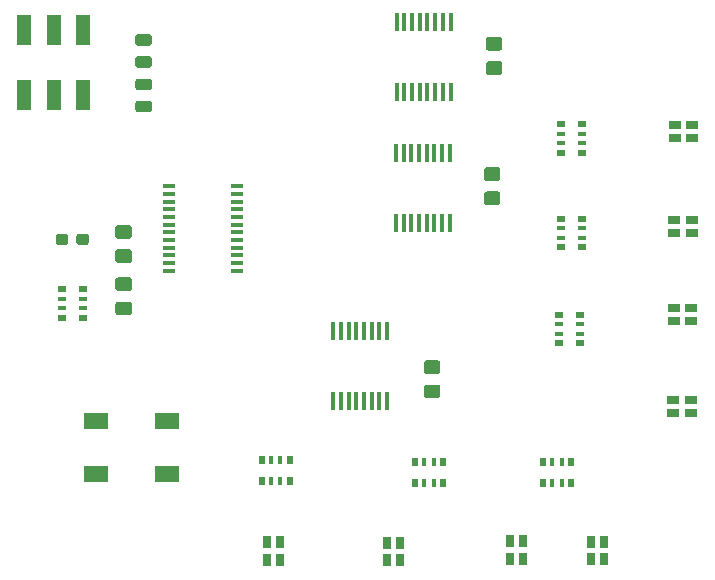
<source format=gbr>
G04 #@! TF.GenerationSoftware,KiCad,Pcbnew,(5.1.5)-3*
G04 #@! TF.CreationDate,2021-02-14T15:22:36-08:00*
G04 #@! TF.ProjectId,tree,74726565-2e6b-4696-9361-645f70636258,rev?*
G04 #@! TF.SameCoordinates,Original*
G04 #@! TF.FileFunction,Paste,Top*
G04 #@! TF.FilePolarity,Positive*
%FSLAX46Y46*%
G04 Gerber Fmt 4.6, Leading zero omitted, Abs format (unit mm)*
G04 Created by KiCad (PCBNEW (5.1.5)-3) date 2021-02-14 15:22:36*
%MOMM*%
%LPD*%
G04 APERTURE LIST*
%ADD10R,2.100000X1.400000*%
%ADD11C,0.100000*%
%ADD12R,0.800000X1.000000*%
%ADD13R,1.000000X0.800000*%
%ADD14R,0.800000X0.500000*%
%ADD15R,0.800000X0.400000*%
%ADD16R,0.500000X0.800000*%
%ADD17R,0.400000X0.800000*%
%ADD18R,1.200000X2.500000*%
%ADD19R,0.450000X1.500000*%
%ADD20R,1.100000X0.400000*%
G04 APERTURE END LIST*
D10*
X169600000Y-111700000D03*
X169600000Y-116200000D03*
X175600000Y-111700000D03*
X175600000Y-116200000D03*
D11*
G36*
X172424505Y-95101204D02*
G01*
X172448773Y-95104804D01*
X172472572Y-95110765D01*
X172495671Y-95119030D01*
X172517850Y-95129520D01*
X172538893Y-95142132D01*
X172558599Y-95156747D01*
X172576777Y-95173223D01*
X172593253Y-95191401D01*
X172607868Y-95211107D01*
X172620480Y-95232150D01*
X172630970Y-95254329D01*
X172639235Y-95277428D01*
X172645196Y-95301227D01*
X172648796Y-95325495D01*
X172650000Y-95349999D01*
X172650000Y-96000001D01*
X172648796Y-96024505D01*
X172645196Y-96048773D01*
X172639235Y-96072572D01*
X172630970Y-96095671D01*
X172620480Y-96117850D01*
X172607868Y-96138893D01*
X172593253Y-96158599D01*
X172576777Y-96176777D01*
X172558599Y-96193253D01*
X172538893Y-96207868D01*
X172517850Y-96220480D01*
X172495671Y-96230970D01*
X172472572Y-96239235D01*
X172448773Y-96245196D01*
X172424505Y-96248796D01*
X172400001Y-96250000D01*
X171499999Y-96250000D01*
X171475495Y-96248796D01*
X171451227Y-96245196D01*
X171427428Y-96239235D01*
X171404329Y-96230970D01*
X171382150Y-96220480D01*
X171361107Y-96207868D01*
X171341401Y-96193253D01*
X171323223Y-96176777D01*
X171306747Y-96158599D01*
X171292132Y-96138893D01*
X171279520Y-96117850D01*
X171269030Y-96095671D01*
X171260765Y-96072572D01*
X171254804Y-96048773D01*
X171251204Y-96024505D01*
X171250000Y-96000001D01*
X171250000Y-95349999D01*
X171251204Y-95325495D01*
X171254804Y-95301227D01*
X171260765Y-95277428D01*
X171269030Y-95254329D01*
X171279520Y-95232150D01*
X171292132Y-95211107D01*
X171306747Y-95191401D01*
X171323223Y-95173223D01*
X171341401Y-95156747D01*
X171361107Y-95142132D01*
X171382150Y-95129520D01*
X171404329Y-95119030D01*
X171427428Y-95110765D01*
X171451227Y-95104804D01*
X171475495Y-95101204D01*
X171499999Y-95100000D01*
X172400001Y-95100000D01*
X172424505Y-95101204D01*
G37*
G36*
X172424505Y-97151204D02*
G01*
X172448773Y-97154804D01*
X172472572Y-97160765D01*
X172495671Y-97169030D01*
X172517850Y-97179520D01*
X172538893Y-97192132D01*
X172558599Y-97206747D01*
X172576777Y-97223223D01*
X172593253Y-97241401D01*
X172607868Y-97261107D01*
X172620480Y-97282150D01*
X172630970Y-97304329D01*
X172639235Y-97327428D01*
X172645196Y-97351227D01*
X172648796Y-97375495D01*
X172650000Y-97399999D01*
X172650000Y-98050001D01*
X172648796Y-98074505D01*
X172645196Y-98098773D01*
X172639235Y-98122572D01*
X172630970Y-98145671D01*
X172620480Y-98167850D01*
X172607868Y-98188893D01*
X172593253Y-98208599D01*
X172576777Y-98226777D01*
X172558599Y-98243253D01*
X172538893Y-98257868D01*
X172517850Y-98270480D01*
X172495671Y-98280970D01*
X172472572Y-98289235D01*
X172448773Y-98295196D01*
X172424505Y-98298796D01*
X172400001Y-98300000D01*
X171499999Y-98300000D01*
X171475495Y-98298796D01*
X171451227Y-98295196D01*
X171427428Y-98289235D01*
X171404329Y-98280970D01*
X171382150Y-98270480D01*
X171361107Y-98257868D01*
X171341401Y-98243253D01*
X171323223Y-98226777D01*
X171306747Y-98208599D01*
X171292132Y-98188893D01*
X171279520Y-98167850D01*
X171269030Y-98145671D01*
X171260765Y-98122572D01*
X171254804Y-98098773D01*
X171251204Y-98074505D01*
X171250000Y-98050001D01*
X171250000Y-97399999D01*
X171251204Y-97375495D01*
X171254804Y-97351227D01*
X171260765Y-97327428D01*
X171269030Y-97304329D01*
X171279520Y-97282150D01*
X171292132Y-97261107D01*
X171306747Y-97241401D01*
X171323223Y-97223223D01*
X171341401Y-97206747D01*
X171361107Y-97192132D01*
X171382150Y-97179520D01*
X171404329Y-97169030D01*
X171427428Y-97160765D01*
X171451227Y-97154804D01*
X171475495Y-97151204D01*
X171499999Y-97150000D01*
X172400001Y-97150000D01*
X172424505Y-97151204D01*
G37*
G36*
X172424505Y-99526204D02*
G01*
X172448773Y-99529804D01*
X172472572Y-99535765D01*
X172495671Y-99544030D01*
X172517850Y-99554520D01*
X172538893Y-99567132D01*
X172558599Y-99581747D01*
X172576777Y-99598223D01*
X172593253Y-99616401D01*
X172607868Y-99636107D01*
X172620480Y-99657150D01*
X172630970Y-99679329D01*
X172639235Y-99702428D01*
X172645196Y-99726227D01*
X172648796Y-99750495D01*
X172650000Y-99774999D01*
X172650000Y-100425001D01*
X172648796Y-100449505D01*
X172645196Y-100473773D01*
X172639235Y-100497572D01*
X172630970Y-100520671D01*
X172620480Y-100542850D01*
X172607868Y-100563893D01*
X172593253Y-100583599D01*
X172576777Y-100601777D01*
X172558599Y-100618253D01*
X172538893Y-100632868D01*
X172517850Y-100645480D01*
X172495671Y-100655970D01*
X172472572Y-100664235D01*
X172448773Y-100670196D01*
X172424505Y-100673796D01*
X172400001Y-100675000D01*
X171499999Y-100675000D01*
X171475495Y-100673796D01*
X171451227Y-100670196D01*
X171427428Y-100664235D01*
X171404329Y-100655970D01*
X171382150Y-100645480D01*
X171361107Y-100632868D01*
X171341401Y-100618253D01*
X171323223Y-100601777D01*
X171306747Y-100583599D01*
X171292132Y-100563893D01*
X171279520Y-100542850D01*
X171269030Y-100520671D01*
X171260765Y-100497572D01*
X171254804Y-100473773D01*
X171251204Y-100449505D01*
X171250000Y-100425001D01*
X171250000Y-99774999D01*
X171251204Y-99750495D01*
X171254804Y-99726227D01*
X171260765Y-99702428D01*
X171269030Y-99679329D01*
X171279520Y-99657150D01*
X171292132Y-99636107D01*
X171306747Y-99616401D01*
X171323223Y-99598223D01*
X171341401Y-99581747D01*
X171361107Y-99567132D01*
X171382150Y-99554520D01*
X171404329Y-99544030D01*
X171427428Y-99535765D01*
X171451227Y-99529804D01*
X171475495Y-99526204D01*
X171499999Y-99525000D01*
X172400001Y-99525000D01*
X172424505Y-99526204D01*
G37*
G36*
X172424505Y-101576204D02*
G01*
X172448773Y-101579804D01*
X172472572Y-101585765D01*
X172495671Y-101594030D01*
X172517850Y-101604520D01*
X172538893Y-101617132D01*
X172558599Y-101631747D01*
X172576777Y-101648223D01*
X172593253Y-101666401D01*
X172607868Y-101686107D01*
X172620480Y-101707150D01*
X172630970Y-101729329D01*
X172639235Y-101752428D01*
X172645196Y-101776227D01*
X172648796Y-101800495D01*
X172650000Y-101824999D01*
X172650000Y-102475001D01*
X172648796Y-102499505D01*
X172645196Y-102523773D01*
X172639235Y-102547572D01*
X172630970Y-102570671D01*
X172620480Y-102592850D01*
X172607868Y-102613893D01*
X172593253Y-102633599D01*
X172576777Y-102651777D01*
X172558599Y-102668253D01*
X172538893Y-102682868D01*
X172517850Y-102695480D01*
X172495671Y-102705970D01*
X172472572Y-102714235D01*
X172448773Y-102720196D01*
X172424505Y-102723796D01*
X172400001Y-102725000D01*
X171499999Y-102725000D01*
X171475495Y-102723796D01*
X171451227Y-102720196D01*
X171427428Y-102714235D01*
X171404329Y-102705970D01*
X171382150Y-102695480D01*
X171361107Y-102682868D01*
X171341401Y-102668253D01*
X171323223Y-102651777D01*
X171306747Y-102633599D01*
X171292132Y-102613893D01*
X171279520Y-102592850D01*
X171269030Y-102570671D01*
X171260765Y-102547572D01*
X171254804Y-102523773D01*
X171251204Y-102499505D01*
X171250000Y-102475001D01*
X171250000Y-101824999D01*
X171251204Y-101800495D01*
X171254804Y-101776227D01*
X171260765Y-101752428D01*
X171269030Y-101729329D01*
X171279520Y-101707150D01*
X171292132Y-101686107D01*
X171306747Y-101666401D01*
X171323223Y-101648223D01*
X171341401Y-101631747D01*
X171361107Y-101617132D01*
X171382150Y-101604520D01*
X171404329Y-101594030D01*
X171427428Y-101585765D01*
X171451227Y-101579804D01*
X171475495Y-101576204D01*
X171499999Y-101575000D01*
X172400001Y-101575000D01*
X172424505Y-101576204D01*
G37*
G36*
X203799505Y-79176204D02*
G01*
X203823773Y-79179804D01*
X203847572Y-79185765D01*
X203870671Y-79194030D01*
X203892850Y-79204520D01*
X203913893Y-79217132D01*
X203933599Y-79231747D01*
X203951777Y-79248223D01*
X203968253Y-79266401D01*
X203982868Y-79286107D01*
X203995480Y-79307150D01*
X204005970Y-79329329D01*
X204014235Y-79352428D01*
X204020196Y-79376227D01*
X204023796Y-79400495D01*
X204025000Y-79424999D01*
X204025000Y-80075001D01*
X204023796Y-80099505D01*
X204020196Y-80123773D01*
X204014235Y-80147572D01*
X204005970Y-80170671D01*
X203995480Y-80192850D01*
X203982868Y-80213893D01*
X203968253Y-80233599D01*
X203951777Y-80251777D01*
X203933599Y-80268253D01*
X203913893Y-80282868D01*
X203892850Y-80295480D01*
X203870671Y-80305970D01*
X203847572Y-80314235D01*
X203823773Y-80320196D01*
X203799505Y-80323796D01*
X203775001Y-80325000D01*
X202874999Y-80325000D01*
X202850495Y-80323796D01*
X202826227Y-80320196D01*
X202802428Y-80314235D01*
X202779329Y-80305970D01*
X202757150Y-80295480D01*
X202736107Y-80282868D01*
X202716401Y-80268253D01*
X202698223Y-80251777D01*
X202681747Y-80233599D01*
X202667132Y-80213893D01*
X202654520Y-80192850D01*
X202644030Y-80170671D01*
X202635765Y-80147572D01*
X202629804Y-80123773D01*
X202626204Y-80099505D01*
X202625000Y-80075001D01*
X202625000Y-79424999D01*
X202626204Y-79400495D01*
X202629804Y-79376227D01*
X202635765Y-79352428D01*
X202644030Y-79329329D01*
X202654520Y-79307150D01*
X202667132Y-79286107D01*
X202681747Y-79266401D01*
X202698223Y-79248223D01*
X202716401Y-79231747D01*
X202736107Y-79217132D01*
X202757150Y-79204520D01*
X202779329Y-79194030D01*
X202802428Y-79185765D01*
X202826227Y-79179804D01*
X202850495Y-79176204D01*
X202874999Y-79175000D01*
X203775001Y-79175000D01*
X203799505Y-79176204D01*
G37*
G36*
X203799505Y-81226204D02*
G01*
X203823773Y-81229804D01*
X203847572Y-81235765D01*
X203870671Y-81244030D01*
X203892850Y-81254520D01*
X203913893Y-81267132D01*
X203933599Y-81281747D01*
X203951777Y-81298223D01*
X203968253Y-81316401D01*
X203982868Y-81336107D01*
X203995480Y-81357150D01*
X204005970Y-81379329D01*
X204014235Y-81402428D01*
X204020196Y-81426227D01*
X204023796Y-81450495D01*
X204025000Y-81474999D01*
X204025000Y-82125001D01*
X204023796Y-82149505D01*
X204020196Y-82173773D01*
X204014235Y-82197572D01*
X204005970Y-82220671D01*
X203995480Y-82242850D01*
X203982868Y-82263893D01*
X203968253Y-82283599D01*
X203951777Y-82301777D01*
X203933599Y-82318253D01*
X203913893Y-82332868D01*
X203892850Y-82345480D01*
X203870671Y-82355970D01*
X203847572Y-82364235D01*
X203823773Y-82370196D01*
X203799505Y-82373796D01*
X203775001Y-82375000D01*
X202874999Y-82375000D01*
X202850495Y-82373796D01*
X202826227Y-82370196D01*
X202802428Y-82364235D01*
X202779329Y-82355970D01*
X202757150Y-82345480D01*
X202736107Y-82332868D01*
X202716401Y-82318253D01*
X202698223Y-82301777D01*
X202681747Y-82283599D01*
X202667132Y-82263893D01*
X202654520Y-82242850D01*
X202644030Y-82220671D01*
X202635765Y-82197572D01*
X202629804Y-82173773D01*
X202626204Y-82149505D01*
X202625000Y-82125001D01*
X202625000Y-81474999D01*
X202626204Y-81450495D01*
X202629804Y-81426227D01*
X202635765Y-81402428D01*
X202644030Y-81379329D01*
X202654520Y-81357150D01*
X202667132Y-81336107D01*
X202681747Y-81316401D01*
X202698223Y-81298223D01*
X202716401Y-81281747D01*
X202736107Y-81267132D01*
X202757150Y-81254520D01*
X202779329Y-81244030D01*
X202802428Y-81235765D01*
X202826227Y-81229804D01*
X202850495Y-81226204D01*
X202874999Y-81225000D01*
X203775001Y-81225000D01*
X203799505Y-81226204D01*
G37*
G36*
X203624505Y-92251204D02*
G01*
X203648773Y-92254804D01*
X203672572Y-92260765D01*
X203695671Y-92269030D01*
X203717850Y-92279520D01*
X203738893Y-92292132D01*
X203758599Y-92306747D01*
X203776777Y-92323223D01*
X203793253Y-92341401D01*
X203807868Y-92361107D01*
X203820480Y-92382150D01*
X203830970Y-92404329D01*
X203839235Y-92427428D01*
X203845196Y-92451227D01*
X203848796Y-92475495D01*
X203850000Y-92499999D01*
X203850000Y-93150001D01*
X203848796Y-93174505D01*
X203845196Y-93198773D01*
X203839235Y-93222572D01*
X203830970Y-93245671D01*
X203820480Y-93267850D01*
X203807868Y-93288893D01*
X203793253Y-93308599D01*
X203776777Y-93326777D01*
X203758599Y-93343253D01*
X203738893Y-93357868D01*
X203717850Y-93370480D01*
X203695671Y-93380970D01*
X203672572Y-93389235D01*
X203648773Y-93395196D01*
X203624505Y-93398796D01*
X203600001Y-93400000D01*
X202699999Y-93400000D01*
X202675495Y-93398796D01*
X202651227Y-93395196D01*
X202627428Y-93389235D01*
X202604329Y-93380970D01*
X202582150Y-93370480D01*
X202561107Y-93357868D01*
X202541401Y-93343253D01*
X202523223Y-93326777D01*
X202506747Y-93308599D01*
X202492132Y-93288893D01*
X202479520Y-93267850D01*
X202469030Y-93245671D01*
X202460765Y-93222572D01*
X202454804Y-93198773D01*
X202451204Y-93174505D01*
X202450000Y-93150001D01*
X202450000Y-92499999D01*
X202451204Y-92475495D01*
X202454804Y-92451227D01*
X202460765Y-92427428D01*
X202469030Y-92404329D01*
X202479520Y-92382150D01*
X202492132Y-92361107D01*
X202506747Y-92341401D01*
X202523223Y-92323223D01*
X202541401Y-92306747D01*
X202561107Y-92292132D01*
X202582150Y-92279520D01*
X202604329Y-92269030D01*
X202627428Y-92260765D01*
X202651227Y-92254804D01*
X202675495Y-92251204D01*
X202699999Y-92250000D01*
X203600001Y-92250000D01*
X203624505Y-92251204D01*
G37*
G36*
X203624505Y-90201204D02*
G01*
X203648773Y-90204804D01*
X203672572Y-90210765D01*
X203695671Y-90219030D01*
X203717850Y-90229520D01*
X203738893Y-90242132D01*
X203758599Y-90256747D01*
X203776777Y-90273223D01*
X203793253Y-90291401D01*
X203807868Y-90311107D01*
X203820480Y-90332150D01*
X203830970Y-90354329D01*
X203839235Y-90377428D01*
X203845196Y-90401227D01*
X203848796Y-90425495D01*
X203850000Y-90449999D01*
X203850000Y-91100001D01*
X203848796Y-91124505D01*
X203845196Y-91148773D01*
X203839235Y-91172572D01*
X203830970Y-91195671D01*
X203820480Y-91217850D01*
X203807868Y-91238893D01*
X203793253Y-91258599D01*
X203776777Y-91276777D01*
X203758599Y-91293253D01*
X203738893Y-91307868D01*
X203717850Y-91320480D01*
X203695671Y-91330970D01*
X203672572Y-91339235D01*
X203648773Y-91345196D01*
X203624505Y-91348796D01*
X203600001Y-91350000D01*
X202699999Y-91350000D01*
X202675495Y-91348796D01*
X202651227Y-91345196D01*
X202627428Y-91339235D01*
X202604329Y-91330970D01*
X202582150Y-91320480D01*
X202561107Y-91307868D01*
X202541401Y-91293253D01*
X202523223Y-91276777D01*
X202506747Y-91258599D01*
X202492132Y-91238893D01*
X202479520Y-91217850D01*
X202469030Y-91195671D01*
X202460765Y-91172572D01*
X202454804Y-91148773D01*
X202451204Y-91124505D01*
X202450000Y-91100001D01*
X202450000Y-90449999D01*
X202451204Y-90425495D01*
X202454804Y-90401227D01*
X202460765Y-90377428D01*
X202469030Y-90354329D01*
X202479520Y-90332150D01*
X202492132Y-90311107D01*
X202506747Y-90291401D01*
X202523223Y-90273223D01*
X202541401Y-90256747D01*
X202561107Y-90242132D01*
X202582150Y-90229520D01*
X202604329Y-90219030D01*
X202627428Y-90210765D01*
X202651227Y-90204804D01*
X202675495Y-90201204D01*
X202699999Y-90200000D01*
X203600001Y-90200000D01*
X203624505Y-90201204D01*
G37*
G36*
X198549505Y-106551204D02*
G01*
X198573773Y-106554804D01*
X198597572Y-106560765D01*
X198620671Y-106569030D01*
X198642850Y-106579520D01*
X198663893Y-106592132D01*
X198683599Y-106606747D01*
X198701777Y-106623223D01*
X198718253Y-106641401D01*
X198732868Y-106661107D01*
X198745480Y-106682150D01*
X198755970Y-106704329D01*
X198764235Y-106727428D01*
X198770196Y-106751227D01*
X198773796Y-106775495D01*
X198775000Y-106799999D01*
X198775000Y-107450001D01*
X198773796Y-107474505D01*
X198770196Y-107498773D01*
X198764235Y-107522572D01*
X198755970Y-107545671D01*
X198745480Y-107567850D01*
X198732868Y-107588893D01*
X198718253Y-107608599D01*
X198701777Y-107626777D01*
X198683599Y-107643253D01*
X198663893Y-107657868D01*
X198642850Y-107670480D01*
X198620671Y-107680970D01*
X198597572Y-107689235D01*
X198573773Y-107695196D01*
X198549505Y-107698796D01*
X198525001Y-107700000D01*
X197624999Y-107700000D01*
X197600495Y-107698796D01*
X197576227Y-107695196D01*
X197552428Y-107689235D01*
X197529329Y-107680970D01*
X197507150Y-107670480D01*
X197486107Y-107657868D01*
X197466401Y-107643253D01*
X197448223Y-107626777D01*
X197431747Y-107608599D01*
X197417132Y-107588893D01*
X197404520Y-107567850D01*
X197394030Y-107545671D01*
X197385765Y-107522572D01*
X197379804Y-107498773D01*
X197376204Y-107474505D01*
X197375000Y-107450001D01*
X197375000Y-106799999D01*
X197376204Y-106775495D01*
X197379804Y-106751227D01*
X197385765Y-106727428D01*
X197394030Y-106704329D01*
X197404520Y-106682150D01*
X197417132Y-106661107D01*
X197431747Y-106641401D01*
X197448223Y-106623223D01*
X197466401Y-106606747D01*
X197486107Y-106592132D01*
X197507150Y-106579520D01*
X197529329Y-106569030D01*
X197552428Y-106560765D01*
X197576227Y-106554804D01*
X197600495Y-106551204D01*
X197624999Y-106550000D01*
X198525001Y-106550000D01*
X198549505Y-106551204D01*
G37*
G36*
X198549505Y-108601204D02*
G01*
X198573773Y-108604804D01*
X198597572Y-108610765D01*
X198620671Y-108619030D01*
X198642850Y-108629520D01*
X198663893Y-108642132D01*
X198683599Y-108656747D01*
X198701777Y-108673223D01*
X198718253Y-108691401D01*
X198732868Y-108711107D01*
X198745480Y-108732150D01*
X198755970Y-108754329D01*
X198764235Y-108777428D01*
X198770196Y-108801227D01*
X198773796Y-108825495D01*
X198775000Y-108849999D01*
X198775000Y-109500001D01*
X198773796Y-109524505D01*
X198770196Y-109548773D01*
X198764235Y-109572572D01*
X198755970Y-109595671D01*
X198745480Y-109617850D01*
X198732868Y-109638893D01*
X198718253Y-109658599D01*
X198701777Y-109676777D01*
X198683599Y-109693253D01*
X198663893Y-109707868D01*
X198642850Y-109720480D01*
X198620671Y-109730970D01*
X198597572Y-109739235D01*
X198573773Y-109745196D01*
X198549505Y-109748796D01*
X198525001Y-109750000D01*
X197624999Y-109750000D01*
X197600495Y-109748796D01*
X197576227Y-109745196D01*
X197552428Y-109739235D01*
X197529329Y-109730970D01*
X197507150Y-109720480D01*
X197486107Y-109707868D01*
X197466401Y-109693253D01*
X197448223Y-109676777D01*
X197431747Y-109658599D01*
X197417132Y-109638893D01*
X197404520Y-109617850D01*
X197394030Y-109595671D01*
X197385765Y-109572572D01*
X197379804Y-109548773D01*
X197376204Y-109524505D01*
X197375000Y-109500001D01*
X197375000Y-108849999D01*
X197376204Y-108825495D01*
X197379804Y-108801227D01*
X197385765Y-108777428D01*
X197394030Y-108754329D01*
X197404520Y-108732150D01*
X197417132Y-108711107D01*
X197431747Y-108691401D01*
X197448223Y-108673223D01*
X197466401Y-108656747D01*
X197486107Y-108642132D01*
X197507150Y-108629520D01*
X197529329Y-108619030D01*
X197552428Y-108610765D01*
X197576227Y-108604804D01*
X197600495Y-108601204D01*
X197624999Y-108600000D01*
X198525001Y-108600000D01*
X198549505Y-108601204D01*
G37*
G36*
X168785779Y-95826144D02*
G01*
X168808834Y-95829563D01*
X168831443Y-95835227D01*
X168853387Y-95843079D01*
X168874457Y-95853044D01*
X168894448Y-95865026D01*
X168913168Y-95878910D01*
X168930438Y-95894562D01*
X168946090Y-95911832D01*
X168959974Y-95930552D01*
X168971956Y-95950543D01*
X168981921Y-95971613D01*
X168989773Y-95993557D01*
X168995437Y-96016166D01*
X168998856Y-96039221D01*
X169000000Y-96062500D01*
X169000000Y-96537500D01*
X168998856Y-96560779D01*
X168995437Y-96583834D01*
X168989773Y-96606443D01*
X168981921Y-96628387D01*
X168971956Y-96649457D01*
X168959974Y-96669448D01*
X168946090Y-96688168D01*
X168930438Y-96705438D01*
X168913168Y-96721090D01*
X168894448Y-96734974D01*
X168874457Y-96746956D01*
X168853387Y-96756921D01*
X168831443Y-96764773D01*
X168808834Y-96770437D01*
X168785779Y-96773856D01*
X168762500Y-96775000D01*
X168187500Y-96775000D01*
X168164221Y-96773856D01*
X168141166Y-96770437D01*
X168118557Y-96764773D01*
X168096613Y-96756921D01*
X168075543Y-96746956D01*
X168055552Y-96734974D01*
X168036832Y-96721090D01*
X168019562Y-96705438D01*
X168003910Y-96688168D01*
X167990026Y-96669448D01*
X167978044Y-96649457D01*
X167968079Y-96628387D01*
X167960227Y-96606443D01*
X167954563Y-96583834D01*
X167951144Y-96560779D01*
X167950000Y-96537500D01*
X167950000Y-96062500D01*
X167951144Y-96039221D01*
X167954563Y-96016166D01*
X167960227Y-95993557D01*
X167968079Y-95971613D01*
X167978044Y-95950543D01*
X167990026Y-95930552D01*
X168003910Y-95911832D01*
X168019562Y-95894562D01*
X168036832Y-95878910D01*
X168055552Y-95865026D01*
X168075543Y-95853044D01*
X168096613Y-95843079D01*
X168118557Y-95835227D01*
X168141166Y-95829563D01*
X168164221Y-95826144D01*
X168187500Y-95825000D01*
X168762500Y-95825000D01*
X168785779Y-95826144D01*
G37*
G36*
X167035779Y-95826144D02*
G01*
X167058834Y-95829563D01*
X167081443Y-95835227D01*
X167103387Y-95843079D01*
X167124457Y-95853044D01*
X167144448Y-95865026D01*
X167163168Y-95878910D01*
X167180438Y-95894562D01*
X167196090Y-95911832D01*
X167209974Y-95930552D01*
X167221956Y-95950543D01*
X167231921Y-95971613D01*
X167239773Y-95993557D01*
X167245437Y-96016166D01*
X167248856Y-96039221D01*
X167250000Y-96062500D01*
X167250000Y-96537500D01*
X167248856Y-96560779D01*
X167245437Y-96583834D01*
X167239773Y-96606443D01*
X167231921Y-96628387D01*
X167221956Y-96649457D01*
X167209974Y-96669448D01*
X167196090Y-96688168D01*
X167180438Y-96705438D01*
X167163168Y-96721090D01*
X167144448Y-96734974D01*
X167124457Y-96746956D01*
X167103387Y-96756921D01*
X167081443Y-96764773D01*
X167058834Y-96770437D01*
X167035779Y-96773856D01*
X167012500Y-96775000D01*
X166437500Y-96775000D01*
X166414221Y-96773856D01*
X166391166Y-96770437D01*
X166368557Y-96764773D01*
X166346613Y-96756921D01*
X166325543Y-96746956D01*
X166305552Y-96734974D01*
X166286832Y-96721090D01*
X166269562Y-96705438D01*
X166253910Y-96688168D01*
X166240026Y-96669448D01*
X166228044Y-96649457D01*
X166218079Y-96628387D01*
X166210227Y-96606443D01*
X166204563Y-96583834D01*
X166201144Y-96560779D01*
X166200000Y-96537500D01*
X166200000Y-96062500D01*
X166201144Y-96039221D01*
X166204563Y-96016166D01*
X166210227Y-95993557D01*
X166218079Y-95971613D01*
X166228044Y-95950543D01*
X166240026Y-95930552D01*
X166253910Y-95911832D01*
X166269562Y-95894562D01*
X166286832Y-95878910D01*
X166305552Y-95865026D01*
X166325543Y-95853044D01*
X166346613Y-95843079D01*
X166368557Y-95835227D01*
X166391166Y-95829563D01*
X166414221Y-95826144D01*
X166437500Y-95825000D01*
X167012500Y-95825000D01*
X167035779Y-95826144D01*
G37*
D12*
X211500000Y-123400000D03*
X211500000Y-121900000D03*
X212600000Y-121900000D03*
X212600000Y-123400000D03*
X205725000Y-123350000D03*
X205725000Y-121850000D03*
X204625000Y-121850000D03*
X204625000Y-123350000D03*
X195325000Y-123475000D03*
X195325000Y-121975000D03*
X194225000Y-121975000D03*
X194225000Y-123475000D03*
X184100000Y-123425000D03*
X184100000Y-121925000D03*
X185200000Y-121925000D03*
X185200000Y-123425000D03*
D13*
X218600000Y-87725000D03*
X220100000Y-87725000D03*
X220100000Y-86625000D03*
X218600000Y-86625000D03*
X218550000Y-94675000D03*
X220050000Y-94675000D03*
X220050000Y-95775000D03*
X218550000Y-95775000D03*
X218525000Y-102075000D03*
X220025000Y-102075000D03*
X220025000Y-103175000D03*
X218525000Y-103175000D03*
X218500000Y-111025000D03*
X220000000Y-111025000D03*
X220000000Y-109925000D03*
X218500000Y-109925000D03*
D14*
X168525000Y-102925000D03*
D15*
X168525000Y-101325000D03*
X168525000Y-102125000D03*
D14*
X168525000Y-100525000D03*
D15*
X166725000Y-102125000D03*
D14*
X166725000Y-102925000D03*
D15*
X166725000Y-101325000D03*
D14*
X166725000Y-100525000D03*
D16*
X209850000Y-115175000D03*
D17*
X208250000Y-115175000D03*
X209050000Y-115175000D03*
D16*
X207450000Y-115175000D03*
D17*
X209050000Y-116975000D03*
D16*
X209850000Y-116975000D03*
D17*
X208250000Y-116975000D03*
D16*
X207450000Y-116975000D03*
X196600000Y-116925000D03*
D17*
X197400000Y-116925000D03*
D16*
X199000000Y-116925000D03*
D17*
X198200000Y-116925000D03*
D16*
X196600000Y-115125000D03*
D17*
X198200000Y-115125000D03*
X197400000Y-115125000D03*
D16*
X199000000Y-115125000D03*
X186025000Y-114975000D03*
D17*
X184425000Y-114975000D03*
X185225000Y-114975000D03*
D16*
X183625000Y-114975000D03*
D17*
X185225000Y-116775000D03*
D16*
X186025000Y-116775000D03*
D17*
X184425000Y-116775000D03*
D16*
X183625000Y-116775000D03*
D14*
X210750000Y-88975000D03*
D15*
X210750000Y-88175000D03*
D14*
X210750000Y-86575000D03*
D15*
X210750000Y-87375000D03*
D14*
X208950000Y-88975000D03*
D15*
X208950000Y-87375000D03*
X208950000Y-88175000D03*
D14*
X208950000Y-86575000D03*
X208975000Y-94575000D03*
D15*
X208975000Y-96175000D03*
X208975000Y-95375000D03*
D14*
X208975000Y-96975000D03*
D15*
X210775000Y-95375000D03*
D14*
X210775000Y-94575000D03*
D15*
X210775000Y-96175000D03*
D14*
X210775000Y-96975000D03*
X210625000Y-105100000D03*
D15*
X210625000Y-104300000D03*
D14*
X210625000Y-102700000D03*
D15*
X210625000Y-103500000D03*
D14*
X208825000Y-105100000D03*
D15*
X208825000Y-103500000D03*
X208825000Y-104300000D03*
D14*
X208825000Y-102700000D03*
D18*
X166025000Y-78550000D03*
X168525000Y-78550000D03*
X163525000Y-78550000D03*
X163525000Y-84050000D03*
X166025000Y-84050000D03*
X168525000Y-84050000D03*
D19*
X199625000Y-77925000D03*
X198975000Y-77925000D03*
X198325000Y-77925000D03*
X197675000Y-77925000D03*
X197025000Y-77925000D03*
X196375000Y-77925000D03*
X195725000Y-77925000D03*
X195075000Y-77925000D03*
X195075000Y-83825000D03*
X195725000Y-83825000D03*
X196375000Y-83825000D03*
X197025000Y-83825000D03*
X197675000Y-83825000D03*
X198325000Y-83825000D03*
X198975000Y-83825000D03*
X199625000Y-83825000D03*
X199550000Y-94900000D03*
X198900000Y-94900000D03*
X198250000Y-94900000D03*
X197600000Y-94900000D03*
X196950000Y-94900000D03*
X196300000Y-94900000D03*
X195650000Y-94900000D03*
X195000000Y-94900000D03*
X195000000Y-89000000D03*
X195650000Y-89000000D03*
X196300000Y-89000000D03*
X196950000Y-89000000D03*
X197600000Y-89000000D03*
X198250000Y-89000000D03*
X198900000Y-89000000D03*
X199550000Y-89000000D03*
X194250000Y-104100000D03*
X193600000Y-104100000D03*
X192950000Y-104100000D03*
X192300000Y-104100000D03*
X191650000Y-104100000D03*
X191000000Y-104100000D03*
X190350000Y-104100000D03*
X189700000Y-104100000D03*
X189700000Y-110000000D03*
X190350000Y-110000000D03*
X191000000Y-110000000D03*
X191650000Y-110000000D03*
X192300000Y-110000000D03*
X192950000Y-110000000D03*
X193600000Y-110000000D03*
X194250000Y-110000000D03*
D11*
G36*
X174130142Y-84576174D02*
G01*
X174153803Y-84579684D01*
X174177007Y-84585496D01*
X174199529Y-84593554D01*
X174221153Y-84603782D01*
X174241670Y-84616079D01*
X174260883Y-84630329D01*
X174278607Y-84646393D01*
X174294671Y-84664117D01*
X174308921Y-84683330D01*
X174321218Y-84703847D01*
X174331446Y-84725471D01*
X174339504Y-84747993D01*
X174345316Y-84771197D01*
X174348826Y-84794858D01*
X174350000Y-84818750D01*
X174350000Y-85306250D01*
X174348826Y-85330142D01*
X174345316Y-85353803D01*
X174339504Y-85377007D01*
X174331446Y-85399529D01*
X174321218Y-85421153D01*
X174308921Y-85441670D01*
X174294671Y-85460883D01*
X174278607Y-85478607D01*
X174260883Y-85494671D01*
X174241670Y-85508921D01*
X174221153Y-85521218D01*
X174199529Y-85531446D01*
X174177007Y-85539504D01*
X174153803Y-85545316D01*
X174130142Y-85548826D01*
X174106250Y-85550000D01*
X173193750Y-85550000D01*
X173169858Y-85548826D01*
X173146197Y-85545316D01*
X173122993Y-85539504D01*
X173100471Y-85531446D01*
X173078847Y-85521218D01*
X173058330Y-85508921D01*
X173039117Y-85494671D01*
X173021393Y-85478607D01*
X173005329Y-85460883D01*
X172991079Y-85441670D01*
X172978782Y-85421153D01*
X172968554Y-85399529D01*
X172960496Y-85377007D01*
X172954684Y-85353803D01*
X172951174Y-85330142D01*
X172950000Y-85306250D01*
X172950000Y-84818750D01*
X172951174Y-84794858D01*
X172954684Y-84771197D01*
X172960496Y-84747993D01*
X172968554Y-84725471D01*
X172978782Y-84703847D01*
X172991079Y-84683330D01*
X173005329Y-84664117D01*
X173021393Y-84646393D01*
X173039117Y-84630329D01*
X173058330Y-84616079D01*
X173078847Y-84603782D01*
X173100471Y-84593554D01*
X173122993Y-84585496D01*
X173146197Y-84579684D01*
X173169858Y-84576174D01*
X173193750Y-84575000D01*
X174106250Y-84575000D01*
X174130142Y-84576174D01*
G37*
G36*
X174130142Y-82701174D02*
G01*
X174153803Y-82704684D01*
X174177007Y-82710496D01*
X174199529Y-82718554D01*
X174221153Y-82728782D01*
X174241670Y-82741079D01*
X174260883Y-82755329D01*
X174278607Y-82771393D01*
X174294671Y-82789117D01*
X174308921Y-82808330D01*
X174321218Y-82828847D01*
X174331446Y-82850471D01*
X174339504Y-82872993D01*
X174345316Y-82896197D01*
X174348826Y-82919858D01*
X174350000Y-82943750D01*
X174350000Y-83431250D01*
X174348826Y-83455142D01*
X174345316Y-83478803D01*
X174339504Y-83502007D01*
X174331446Y-83524529D01*
X174321218Y-83546153D01*
X174308921Y-83566670D01*
X174294671Y-83585883D01*
X174278607Y-83603607D01*
X174260883Y-83619671D01*
X174241670Y-83633921D01*
X174221153Y-83646218D01*
X174199529Y-83656446D01*
X174177007Y-83664504D01*
X174153803Y-83670316D01*
X174130142Y-83673826D01*
X174106250Y-83675000D01*
X173193750Y-83675000D01*
X173169858Y-83673826D01*
X173146197Y-83670316D01*
X173122993Y-83664504D01*
X173100471Y-83656446D01*
X173078847Y-83646218D01*
X173058330Y-83633921D01*
X173039117Y-83619671D01*
X173021393Y-83603607D01*
X173005329Y-83585883D01*
X172991079Y-83566670D01*
X172978782Y-83546153D01*
X172968554Y-83524529D01*
X172960496Y-83502007D01*
X172954684Y-83478803D01*
X172951174Y-83455142D01*
X172950000Y-83431250D01*
X172950000Y-82943750D01*
X172951174Y-82919858D01*
X172954684Y-82896197D01*
X172960496Y-82872993D01*
X172968554Y-82850471D01*
X172978782Y-82828847D01*
X172991079Y-82808330D01*
X173005329Y-82789117D01*
X173021393Y-82771393D01*
X173039117Y-82755329D01*
X173058330Y-82741079D01*
X173078847Y-82728782D01*
X173100471Y-82718554D01*
X173122993Y-82710496D01*
X173146197Y-82704684D01*
X173169858Y-82701174D01*
X173193750Y-82700000D01*
X174106250Y-82700000D01*
X174130142Y-82701174D01*
G37*
G36*
X174105142Y-80801174D02*
G01*
X174128803Y-80804684D01*
X174152007Y-80810496D01*
X174174529Y-80818554D01*
X174196153Y-80828782D01*
X174216670Y-80841079D01*
X174235883Y-80855329D01*
X174253607Y-80871393D01*
X174269671Y-80889117D01*
X174283921Y-80908330D01*
X174296218Y-80928847D01*
X174306446Y-80950471D01*
X174314504Y-80972993D01*
X174320316Y-80996197D01*
X174323826Y-81019858D01*
X174325000Y-81043750D01*
X174325000Y-81531250D01*
X174323826Y-81555142D01*
X174320316Y-81578803D01*
X174314504Y-81602007D01*
X174306446Y-81624529D01*
X174296218Y-81646153D01*
X174283921Y-81666670D01*
X174269671Y-81685883D01*
X174253607Y-81703607D01*
X174235883Y-81719671D01*
X174216670Y-81733921D01*
X174196153Y-81746218D01*
X174174529Y-81756446D01*
X174152007Y-81764504D01*
X174128803Y-81770316D01*
X174105142Y-81773826D01*
X174081250Y-81775000D01*
X173168750Y-81775000D01*
X173144858Y-81773826D01*
X173121197Y-81770316D01*
X173097993Y-81764504D01*
X173075471Y-81756446D01*
X173053847Y-81746218D01*
X173033330Y-81733921D01*
X173014117Y-81719671D01*
X172996393Y-81703607D01*
X172980329Y-81685883D01*
X172966079Y-81666670D01*
X172953782Y-81646153D01*
X172943554Y-81624529D01*
X172935496Y-81602007D01*
X172929684Y-81578803D01*
X172926174Y-81555142D01*
X172925000Y-81531250D01*
X172925000Y-81043750D01*
X172926174Y-81019858D01*
X172929684Y-80996197D01*
X172935496Y-80972993D01*
X172943554Y-80950471D01*
X172953782Y-80928847D01*
X172966079Y-80908330D01*
X172980329Y-80889117D01*
X172996393Y-80871393D01*
X173014117Y-80855329D01*
X173033330Y-80841079D01*
X173053847Y-80828782D01*
X173075471Y-80818554D01*
X173097993Y-80810496D01*
X173121197Y-80804684D01*
X173144858Y-80801174D01*
X173168750Y-80800000D01*
X174081250Y-80800000D01*
X174105142Y-80801174D01*
G37*
G36*
X174105142Y-78926174D02*
G01*
X174128803Y-78929684D01*
X174152007Y-78935496D01*
X174174529Y-78943554D01*
X174196153Y-78953782D01*
X174216670Y-78966079D01*
X174235883Y-78980329D01*
X174253607Y-78996393D01*
X174269671Y-79014117D01*
X174283921Y-79033330D01*
X174296218Y-79053847D01*
X174306446Y-79075471D01*
X174314504Y-79097993D01*
X174320316Y-79121197D01*
X174323826Y-79144858D01*
X174325000Y-79168750D01*
X174325000Y-79656250D01*
X174323826Y-79680142D01*
X174320316Y-79703803D01*
X174314504Y-79727007D01*
X174306446Y-79749529D01*
X174296218Y-79771153D01*
X174283921Y-79791670D01*
X174269671Y-79810883D01*
X174253607Y-79828607D01*
X174235883Y-79844671D01*
X174216670Y-79858921D01*
X174196153Y-79871218D01*
X174174529Y-79881446D01*
X174152007Y-79889504D01*
X174128803Y-79895316D01*
X174105142Y-79898826D01*
X174081250Y-79900000D01*
X173168750Y-79900000D01*
X173144858Y-79898826D01*
X173121197Y-79895316D01*
X173097993Y-79889504D01*
X173075471Y-79881446D01*
X173053847Y-79871218D01*
X173033330Y-79858921D01*
X173014117Y-79844671D01*
X172996393Y-79828607D01*
X172980329Y-79810883D01*
X172966079Y-79791670D01*
X172953782Y-79771153D01*
X172943554Y-79749529D01*
X172935496Y-79727007D01*
X172929684Y-79703803D01*
X172926174Y-79680142D01*
X172925000Y-79656250D01*
X172925000Y-79168750D01*
X172926174Y-79144858D01*
X172929684Y-79121197D01*
X172935496Y-79097993D01*
X172943554Y-79075471D01*
X172953782Y-79053847D01*
X172966079Y-79033330D01*
X172980329Y-79014117D01*
X172996393Y-78996393D01*
X173014117Y-78980329D01*
X173033330Y-78966079D01*
X173053847Y-78953782D01*
X173075471Y-78943554D01*
X173097993Y-78935496D01*
X173121197Y-78929684D01*
X173144858Y-78926174D01*
X173168750Y-78925000D01*
X174081250Y-78925000D01*
X174105142Y-78926174D01*
G37*
D20*
X181525000Y-98950000D03*
X181525000Y-98300000D03*
X181525000Y-97650000D03*
X181525000Y-97000000D03*
X181525000Y-96350000D03*
X181525000Y-95700000D03*
X181525000Y-95050000D03*
X181525000Y-94400000D03*
X181525000Y-93750000D03*
X181525000Y-93100000D03*
X181525000Y-92450000D03*
X181525000Y-91800000D03*
X175825000Y-91800000D03*
X175825000Y-92450000D03*
X175825000Y-93100000D03*
X175825000Y-93750000D03*
X175825000Y-94400000D03*
X175825000Y-95050000D03*
X175825000Y-95700000D03*
X175825000Y-96350000D03*
X175825000Y-97000000D03*
X175825000Y-97650000D03*
X175825000Y-98300000D03*
X175825000Y-98950000D03*
M02*

</source>
